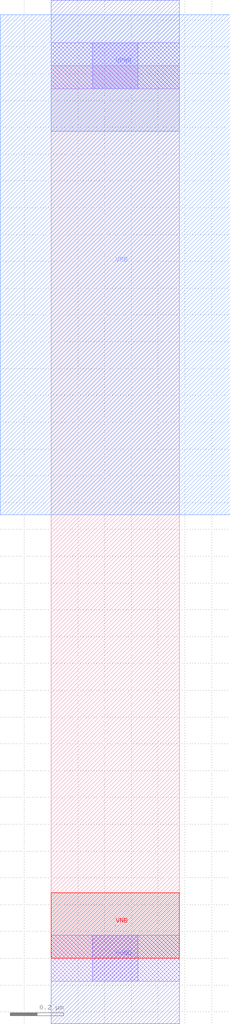
<source format=lef>
# Copyright 2020 The SkyWater PDK Authors
#
# Licensed under the Apache License, Version 2.0 (the "License");
# you may not use this file except in compliance with the License.
# You may obtain a copy of the License at
#
#     https://www.apache.org/licenses/LICENSE-2.0
#
# Unless required by applicable law or agreed to in writing, software
# distributed under the License is distributed on an "AS IS" BASIS,
# WITHOUT WARRANTIES OR CONDITIONS OF ANY KIND, either express or implied.
# See the License for the specific language governing permissions and
# limitations under the License.
#
# SPDX-License-Identifier: Apache-2.0

VERSION 5.7 ;
  NOWIREEXTENSIONATPIN ON ;
  DIVIDERCHAR "/" ;
  BUSBITCHARS "[]" ;
MACRO sky130_fd_sc_lp__fill_1
  CLASS CORE SPACER ;
  FOREIGN sky130_fd_sc_lp__fill_1 ;
  ORIGIN  0.000000  0.000000 ;
  SIZE  0.480000 BY  3.330000 ;
  SYMMETRY X Y R90 ;
  SITE unit ;
  PIN VGND
    DIRECTION INOUT ;
    USE GROUND ;
    PORT
      LAYER met1 ;
        RECT 0.000000 -0.245000 0.480000 0.245000 ;
    END
  END VGND
  PIN VNB
    DIRECTION INOUT ;
    USE GROUND ;
    PORT
      LAYER pwell ;
        RECT 0.000000 0.000000 0.480000 0.245000 ;
    END
  END VNB
  PIN VPB
    DIRECTION INOUT ;
    USE POWER ;
    PORT
      LAYER nwell ;
        RECT -0.190000 1.655000 0.670000 3.520000 ;
    END
  END VPB
  PIN VPWR
    DIRECTION INOUT ;
    USE POWER ;
    PORT
      LAYER met1 ;
        RECT 0.000000 3.085000 0.480000 3.575000 ;
    END
  END VPWR
  OBS
    LAYER li1 ;
      RECT 0.000000 -0.085000 0.480000 0.085000 ;
      RECT 0.000000  3.245000 0.480000 3.415000 ;
    LAYER mcon ;
      RECT 0.155000 -0.085000 0.325000 0.085000 ;
      RECT 0.155000  3.245000 0.325000 3.415000 ;
  END
END sky130_fd_sc_lp__fill_1
END LIBRARY

</source>
